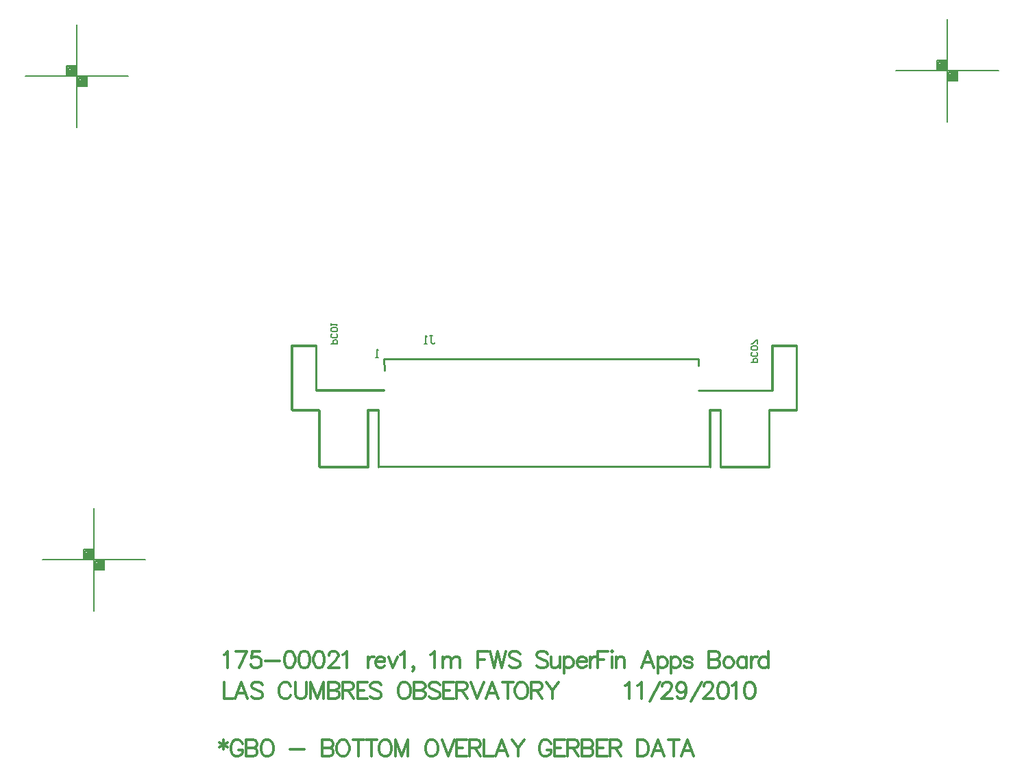
<source format=gbo>
%FSLAX23Y23*%
%MOIN*%
G70*
G01*
G75*
G04 Layer_Color=32896*
%ADD10O,0.079X0.024*%
%ADD11R,0.017X0.045*%
%ADD12R,0.014X0.060*%
%ADD13R,0.030X0.100*%
%ADD14R,0.031X0.060*%
%ADD15R,0.022X0.085*%
%ADD16R,0.039X0.059*%
%ADD17R,0.085X0.022*%
%ADD18C,0.020*%
%ADD19C,0.010*%
%ADD20C,0.025*%
%ADD21C,0.050*%
%ADD22C,0.005*%
%ADD23C,0.012*%
%ADD24C,0.008*%
%ADD25C,0.012*%
%ADD26C,0.012*%
%ADD27C,0.059*%
%ADD28R,0.059X0.059*%
%ADD29R,0.059X0.059*%
%ADD30C,0.047*%
%ADD31C,0.219*%
%ADD32C,0.050*%
%ADD33C,0.024*%
%ADD34C,0.040*%
%ADD35C,0.075*%
%ADD36C,0.087*%
%ADD37C,0.206*%
%ADD38C,0.068*%
G04:AMPARAMS|DCode=39|XSize=88mil|YSize=88mil|CornerRadius=0mil|HoleSize=0mil|Usage=FLASHONLY|Rotation=0.000|XOffset=0mil|YOffset=0mil|HoleType=Round|Shape=Relief|Width=10mil|Gap=10mil|Entries=4|*
%AMTHD39*
7,0,0,0.088,0.068,0.010,45*
%
%ADD39THD39*%
G04:AMPARAMS|DCode=40|XSize=70mil|YSize=70mil|CornerRadius=0mil|HoleSize=0mil|Usage=FLASHONLY|Rotation=0.000|XOffset=0mil|YOffset=0mil|HoleType=Round|Shape=Relief|Width=10mil|Gap=10mil|Entries=4|*
%AMTHD40*
7,0,0,0.070,0.050,0.010,45*
%
%ADD40THD40*%
%ADD41C,0.010*%
%ADD42C,0.008*%
%ADD43C,0.007*%
%ADD44R,0.224X0.139*%
%ADD45O,0.087X0.032*%
%ADD46R,0.025X0.053*%
%ADD47R,0.022X0.068*%
%ADD48R,0.038X0.108*%
%ADD49R,0.039X0.068*%
%ADD50R,0.030X0.093*%
%ADD51R,0.047X0.067*%
%ADD52R,0.093X0.030*%
%ADD53C,0.067*%
%ADD54R,0.067X0.067*%
%ADD55R,0.067X0.067*%
%ADD56C,0.055*%
%ADD57C,0.227*%
%ADD58C,0.058*%
%ADD59C,0.032*%
D19*
X31937Y18684D02*
X31938Y18626D01*
X31605Y18534D02*
Y18751D01*
X31487Y18436D02*
Y18751D01*
X31909Y18160D02*
Y18436D01*
X31857Y18160D02*
Y18436D01*
X31621Y18160D02*
Y18436D01*
X31857D02*
X31909D01*
X31487Y18751D02*
X31605D01*
X31487Y18436D02*
X31621D01*
X31605Y18534D02*
X31936D01*
X31621Y18160D02*
X31857D01*
X31909D02*
X33522D01*
X33572D02*
X33809D01*
X33466Y18530D02*
X33825D01*
X33809Y18436D02*
X33943D01*
X33824Y18751D02*
X33943D01*
X33521Y18436D02*
X33572D01*
X33809Y18160D02*
Y18436D01*
X33572Y18160D02*
Y18436D01*
X33521Y18160D02*
Y18436D01*
X33943D02*
Y18751D01*
X33824Y18534D02*
Y18751D01*
X33825Y18530D02*
Y18747D01*
X33944Y18432D02*
Y18747D01*
X33522Y18156D02*
Y18432D01*
X33574Y18156D02*
Y18432D01*
X33810Y18156D02*
Y18432D01*
X33522D02*
X33574D01*
X33825Y18747D02*
X33944D01*
X33810Y18432D02*
X33944D01*
X33574Y18156D02*
X33810D01*
X31622D02*
X31858D01*
X31606Y18530D02*
X31937D01*
X31488Y18432D02*
X31622D01*
X31488Y18747D02*
X31606D01*
X31858Y18432D02*
X31910D01*
X31622Y18156D02*
Y18432D01*
X31858Y18156D02*
Y18432D01*
X31910Y18156D02*
Y18432D01*
X31488D02*
Y18747D01*
X31606Y18530D02*
Y18747D01*
X31937Y18684D02*
X33466D01*
Y18649D02*
Y18684D01*
D22*
X32159Y18796D02*
X32172D01*
X32165D01*
Y18762D01*
X32172Y18756D01*
X32179D01*
X32185Y18762D01*
X32145Y18756D02*
X32132D01*
X32139D01*
Y18796D01*
X32145Y18789D01*
X33724Y18665D02*
X33754D01*
Y18680D01*
X33749Y18685D01*
X33739D01*
X33734Y18680D01*
Y18665D01*
X33749Y18715D02*
X33754Y18710D01*
Y18700D01*
X33749Y18695D01*
X33729D01*
X33724Y18700D01*
Y18710D01*
X33729Y18715D01*
X33749Y18725D02*
X33754Y18730D01*
Y18740D01*
X33749Y18745D01*
X33729D01*
X33724Y18740D01*
Y18730D01*
X33729Y18725D01*
X33749D01*
X33754Y18755D02*
Y18775D01*
X33749D01*
X33729Y18755D01*
X33724D01*
X31681Y18756D02*
X31711D01*
Y18771D01*
X31706Y18776D01*
X31696D01*
X31691Y18771D01*
Y18756D01*
X31706Y18806D02*
X31711Y18801D01*
Y18791D01*
X31706Y18786D01*
X31686D01*
X31681Y18791D01*
Y18801D01*
X31686Y18806D01*
X31706Y18816D02*
X31711Y18821D01*
Y18831D01*
X31706Y18836D01*
X31686D01*
X31681Y18831D01*
Y18821D01*
X31686Y18816D01*
X31706D01*
X31681Y18846D02*
Y18856D01*
Y18851D01*
X31711D01*
X31706Y18846D01*
X31909Y18691D02*
X31895D01*
X31902D01*
Y18731D01*
X31909Y18725D01*
D23*
X31156Y16829D02*
Y16783D01*
X31137Y16817D02*
X31175Y16794D01*
Y16817D02*
X31137Y16794D01*
X31249Y16810D02*
X31245Y16817D01*
X31237Y16825D01*
X31230Y16829D01*
X31215D01*
X31207Y16825D01*
X31199Y16817D01*
X31196Y16810D01*
X31192Y16798D01*
Y16779D01*
X31196Y16768D01*
X31199Y16760D01*
X31207Y16753D01*
X31215Y16749D01*
X31230D01*
X31237Y16753D01*
X31245Y16760D01*
X31249Y16768D01*
Y16779D01*
X31230D02*
X31249D01*
X31267Y16829D02*
Y16749D01*
Y16829D02*
X31301D01*
X31313Y16825D01*
X31317Y16821D01*
X31320Y16814D01*
Y16806D01*
X31317Y16798D01*
X31313Y16794D01*
X31301Y16791D01*
X31267D02*
X31301D01*
X31313Y16787D01*
X31317Y16783D01*
X31320Y16775D01*
Y16764D01*
X31317Y16756D01*
X31313Y16753D01*
X31301Y16749D01*
X31267D01*
X31361Y16829D02*
X31354Y16825D01*
X31346Y16817D01*
X31342Y16810D01*
X31338Y16798D01*
Y16779D01*
X31342Y16768D01*
X31346Y16760D01*
X31354Y16753D01*
X31361Y16749D01*
X31376D01*
X31384Y16753D01*
X31392Y16760D01*
X31395Y16768D01*
X31399Y16779D01*
Y16798D01*
X31395Y16810D01*
X31392Y16817D01*
X31384Y16825D01*
X31376Y16829D01*
X31361D01*
X31481Y16783D02*
X31549D01*
X31636Y16829D02*
Y16749D01*
Y16829D02*
X31670D01*
X31682Y16825D01*
X31685Y16821D01*
X31689Y16814D01*
Y16806D01*
X31685Y16798D01*
X31682Y16794D01*
X31670Y16791D01*
X31636D02*
X31670D01*
X31682Y16787D01*
X31685Y16783D01*
X31689Y16775D01*
Y16764D01*
X31685Y16756D01*
X31682Y16753D01*
X31670Y16749D01*
X31636D01*
X31730Y16829D02*
X31722Y16825D01*
X31715Y16817D01*
X31711Y16810D01*
X31707Y16798D01*
Y16779D01*
X31711Y16768D01*
X31715Y16760D01*
X31722Y16753D01*
X31730Y16749D01*
X31745D01*
X31753Y16753D01*
X31760Y16760D01*
X31764Y16768D01*
X31768Y16779D01*
Y16798D01*
X31764Y16810D01*
X31760Y16817D01*
X31753Y16825D01*
X31745Y16829D01*
X31730D01*
X31813D02*
Y16749D01*
X31787Y16829D02*
X31840D01*
X31876D02*
Y16749D01*
X31849Y16829D02*
X31903D01*
X31935D02*
X31928Y16825D01*
X31920Y16817D01*
X31916Y16810D01*
X31912Y16798D01*
Y16779D01*
X31916Y16768D01*
X31920Y16760D01*
X31928Y16753D01*
X31935Y16749D01*
X31950D01*
X31958Y16753D01*
X31966Y16760D01*
X31969Y16768D01*
X31973Y16779D01*
Y16798D01*
X31969Y16810D01*
X31966Y16817D01*
X31958Y16825D01*
X31950Y16829D01*
X31935D01*
X31992D02*
Y16749D01*
Y16829D02*
X32022Y16749D01*
X32053Y16829D02*
X32022Y16749D01*
X32053Y16829D02*
Y16749D01*
X32161Y16829D02*
X32154Y16825D01*
X32146Y16817D01*
X32142Y16810D01*
X32139Y16798D01*
Y16779D01*
X32142Y16768D01*
X32146Y16760D01*
X32154Y16753D01*
X32161Y16749D01*
X32177D01*
X32184Y16753D01*
X32192Y16760D01*
X32196Y16768D01*
X32200Y16779D01*
Y16798D01*
X32196Y16810D01*
X32192Y16817D01*
X32184Y16825D01*
X32177Y16829D01*
X32161D01*
X32218D02*
X32249Y16749D01*
X32279Y16829D02*
X32249Y16749D01*
X32339Y16829D02*
X32289D01*
Y16749D01*
X32339D01*
X32289Y16791D02*
X32320D01*
X32352Y16829D02*
Y16749D01*
Y16829D02*
X32387D01*
X32398Y16825D01*
X32402Y16821D01*
X32406Y16814D01*
Y16806D01*
X32402Y16798D01*
X32398Y16794D01*
X32387Y16791D01*
X32352D01*
X32379D02*
X32406Y16749D01*
X32423Y16829D02*
Y16749D01*
X32469D01*
X32539D02*
X32508Y16829D01*
X32478Y16749D01*
X32489Y16775D02*
X32527D01*
X32558Y16829D02*
X32588Y16791D01*
Y16749D01*
X32618Y16829D02*
X32588Y16791D01*
X32749Y16810D02*
X32745Y16817D01*
X32737Y16825D01*
X32730Y16829D01*
X32714D01*
X32707Y16825D01*
X32699Y16817D01*
X32695Y16810D01*
X32692Y16798D01*
Y16779D01*
X32695Y16768D01*
X32699Y16760D01*
X32707Y16753D01*
X32714Y16749D01*
X32730D01*
X32737Y16753D01*
X32745Y16760D01*
X32749Y16768D01*
Y16779D01*
X32730D02*
X32749D01*
X32817Y16829D02*
X32767D01*
Y16749D01*
X32817D01*
X32767Y16791D02*
X32797D01*
X32830Y16829D02*
Y16749D01*
Y16829D02*
X32864D01*
X32876Y16825D01*
X32879Y16821D01*
X32883Y16814D01*
Y16806D01*
X32879Y16798D01*
X32876Y16794D01*
X32864Y16791D01*
X32830D01*
X32857D02*
X32883Y16749D01*
X32901Y16829D02*
Y16749D01*
Y16829D02*
X32935D01*
X32947Y16825D01*
X32951Y16821D01*
X32954Y16814D01*
Y16806D01*
X32951Y16798D01*
X32947Y16794D01*
X32935Y16791D01*
X32901D02*
X32935D01*
X32947Y16787D01*
X32951Y16783D01*
X32954Y16775D01*
Y16764D01*
X32951Y16756D01*
X32947Y16753D01*
X32935Y16749D01*
X32901D01*
X33022Y16829D02*
X32972D01*
Y16749D01*
X33022D01*
X32972Y16791D02*
X33003D01*
X33035Y16829D02*
Y16749D01*
Y16829D02*
X33069D01*
X33081Y16825D01*
X33085Y16821D01*
X33088Y16814D01*
Y16806D01*
X33085Y16798D01*
X33081Y16794D01*
X33069Y16791D01*
X33035D01*
X33062D02*
X33088Y16749D01*
X33169Y16829D02*
Y16749D01*
Y16829D02*
X33196D01*
X33207Y16825D01*
X33215Y16817D01*
X33219Y16810D01*
X33223Y16798D01*
Y16779D01*
X33219Y16768D01*
X33215Y16760D01*
X33207Y16753D01*
X33196Y16749D01*
X33169D01*
X33301D02*
X33271Y16829D01*
X33240Y16749D01*
X33252Y16775D02*
X33290D01*
X33347Y16829D02*
Y16749D01*
X33320Y16829D02*
X33373D01*
X33444Y16749D02*
X33413Y16829D01*
X33383Y16749D01*
X33394Y16775D02*
X33432D01*
D24*
X34427Y20086D02*
X34927D01*
X34677Y19836D02*
Y20336D01*
X34627Y20086D02*
Y20136D01*
X34677D01*
X34727Y20036D02*
Y20086D01*
X34677Y20036D02*
X34727D01*
X34682Y20081D02*
X34722D01*
Y20041D02*
Y20081D01*
X34682Y20041D02*
X34722D01*
X34682D02*
Y20081D01*
X34687Y20076D02*
X34717D01*
Y20046D02*
Y20076D01*
X34687Y20046D02*
X34717D01*
X34687D02*
Y20071D01*
X34692D02*
X34712D01*
Y20051D02*
Y20071D01*
X34692Y20051D02*
X34712D01*
X34692D02*
Y20066D01*
X34697D02*
X34707D01*
Y20056D02*
Y20066D01*
X34697Y20056D02*
X34707D01*
X34697D02*
Y20066D01*
Y20061D02*
X34707D01*
X34632Y20131D02*
X34672D01*
Y20091D02*
Y20131D01*
X34632Y20091D02*
X34672D01*
X34632D02*
Y20131D01*
X34637Y20126D02*
X34667D01*
Y20096D02*
Y20126D01*
X34637Y20096D02*
X34667D01*
X34637D02*
Y20121D01*
X34642D02*
X34662D01*
Y20101D02*
Y20121D01*
X34642Y20101D02*
X34662D01*
X34642D02*
Y20116D01*
X34647D02*
X34657D01*
Y20106D02*
Y20116D01*
X34647Y20106D02*
X34657D01*
X34647D02*
Y20116D01*
Y20111D02*
X34657D01*
X30192Y20061D02*
X30692D01*
X30442Y19811D02*
Y20311D01*
X30392Y20061D02*
Y20111D01*
X30442D01*
X30492Y20011D02*
Y20061D01*
X30442Y20011D02*
X30492D01*
X30447Y20056D02*
X30487D01*
Y20016D02*
Y20056D01*
X30447Y20016D02*
X30487D01*
X30447D02*
Y20056D01*
X30452Y20051D02*
X30482D01*
Y20021D02*
Y20051D01*
X30452Y20021D02*
X30482D01*
X30452D02*
Y20046D01*
X30457D02*
X30477D01*
Y20026D02*
Y20046D01*
X30457Y20026D02*
X30477D01*
X30457D02*
Y20041D01*
X30462D02*
X30472D01*
Y20031D02*
Y20041D01*
X30462Y20031D02*
X30472D01*
X30462D02*
Y20041D01*
Y20036D02*
X30472D01*
X30397Y20106D02*
X30437D01*
Y20066D02*
Y20106D01*
X30397Y20066D02*
X30437D01*
X30397D02*
Y20106D01*
X30402Y20101D02*
X30432D01*
Y20071D02*
Y20101D01*
X30402Y20071D02*
X30432D01*
X30402D02*
Y20096D01*
X30407D02*
X30427D01*
Y20076D02*
Y20096D01*
X30407Y20076D02*
X30427D01*
X30407D02*
Y20091D01*
X30412D02*
X30422D01*
Y20081D02*
Y20091D01*
X30412Y20081D02*
X30422D01*
X30412D02*
Y20091D01*
Y20086D02*
X30422D01*
X30277Y17706D02*
X30777D01*
X30527Y17456D02*
Y17956D01*
X30477Y17706D02*
Y17756D01*
X30527D01*
X30577Y17656D02*
Y17706D01*
X30527Y17656D02*
X30577D01*
X30532Y17701D02*
X30572D01*
Y17661D02*
Y17701D01*
X30532Y17661D02*
X30572D01*
X30532D02*
Y17701D01*
X30537Y17696D02*
X30567D01*
Y17666D02*
Y17696D01*
X30537Y17666D02*
X30567D01*
X30537D02*
Y17691D01*
X30542D02*
X30562D01*
Y17671D02*
Y17691D01*
X30542Y17671D02*
X30562D01*
X30542D02*
Y17686D01*
X30547D02*
X30557D01*
Y17676D02*
Y17686D01*
X30547Y17676D02*
X30557D01*
X30547D02*
Y17686D01*
Y17681D02*
X30557D01*
X30482Y17751D02*
X30522D01*
Y17711D02*
Y17751D01*
X30482Y17711D02*
X30522D01*
X30482D02*
Y17751D01*
X30487Y17746D02*
X30517D01*
Y17716D02*
Y17746D01*
X30487Y17716D02*
X30517D01*
X30487D02*
Y17741D01*
X30492D02*
X30512D01*
Y17721D02*
Y17741D01*
X30492Y17721D02*
X30512D01*
X30492D02*
Y17736D01*
X30497D02*
X30507D01*
Y17726D02*
Y17736D01*
X30497Y17726D02*
X30507D01*
X30497D02*
Y17736D01*
Y17731D02*
X30507D01*
D25*
X31158Y17244D02*
X31166Y17248D01*
X31177Y17259D01*
Y17179D01*
X31270Y17259D02*
X31232Y17179D01*
X31217Y17259D02*
X31270D01*
X31334D02*
X31296D01*
X31292Y17225D01*
X31296Y17229D01*
X31307Y17233D01*
X31319D01*
X31330Y17229D01*
X31338Y17221D01*
X31341Y17210D01*
Y17202D01*
X31338Y17191D01*
X31330Y17183D01*
X31319Y17179D01*
X31307D01*
X31296Y17183D01*
X31292Y17187D01*
X31288Y17195D01*
X31359Y17214D02*
X31428D01*
X31474Y17259D02*
X31463Y17256D01*
X31455Y17244D01*
X31452Y17225D01*
Y17214D01*
X31455Y17195D01*
X31463Y17183D01*
X31474Y17179D01*
X31482D01*
X31493Y17183D01*
X31501Y17195D01*
X31505Y17214D01*
Y17225D01*
X31501Y17244D01*
X31493Y17256D01*
X31482Y17259D01*
X31474D01*
X31546D02*
X31534Y17256D01*
X31527Y17244D01*
X31523Y17225D01*
Y17214D01*
X31527Y17195D01*
X31534Y17183D01*
X31546Y17179D01*
X31553D01*
X31565Y17183D01*
X31572Y17195D01*
X31576Y17214D01*
Y17225D01*
X31572Y17244D01*
X31565Y17256D01*
X31553Y17259D01*
X31546D01*
X31617D02*
X31605Y17256D01*
X31598Y17244D01*
X31594Y17225D01*
Y17214D01*
X31598Y17195D01*
X31605Y17183D01*
X31617Y17179D01*
X31624D01*
X31636Y17183D01*
X31644Y17195D01*
X31647Y17214D01*
Y17225D01*
X31644Y17244D01*
X31636Y17256D01*
X31624Y17259D01*
X31617D01*
X31669Y17240D02*
Y17244D01*
X31673Y17252D01*
X31677Y17256D01*
X31684Y17259D01*
X31700D01*
X31707Y17256D01*
X31711Y17252D01*
X31715Y17244D01*
Y17237D01*
X31711Y17229D01*
X31703Y17217D01*
X31665Y17179D01*
X31719D01*
X31736Y17244D02*
X31744Y17248D01*
X31755Y17259D01*
Y17179D01*
X31858Y17233D02*
Y17179D01*
Y17210D02*
X31862Y17221D01*
X31869Y17229D01*
X31877Y17233D01*
X31888D01*
X31896Y17210D02*
X31941D01*
Y17217D01*
X31938Y17225D01*
X31934Y17229D01*
X31926Y17233D01*
X31915D01*
X31907Y17229D01*
X31899Y17221D01*
X31896Y17210D01*
Y17202D01*
X31899Y17191D01*
X31907Y17183D01*
X31915Y17179D01*
X31926D01*
X31934Y17183D01*
X31941Y17191D01*
X31958Y17233D02*
X31981Y17179D01*
X32004Y17233D02*
X31981Y17179D01*
X32017Y17244D02*
X32025Y17248D01*
X32036Y17259D01*
Y17179D01*
X32083Y17183D02*
X32080Y17179D01*
X32076Y17183D01*
X32080Y17187D01*
X32083Y17183D01*
Y17176D01*
X32080Y17168D01*
X32076Y17164D01*
X32164Y17244D02*
X32171Y17248D01*
X32183Y17259D01*
Y17179D01*
X32222Y17233D02*
Y17179D01*
Y17217D02*
X32234Y17229D01*
X32241Y17233D01*
X32253D01*
X32261Y17229D01*
X32264Y17217D01*
Y17179D01*
Y17217D02*
X32276Y17229D01*
X32283Y17233D01*
X32295D01*
X32302Y17229D01*
X32306Y17217D01*
Y17179D01*
X32394Y17259D02*
Y17179D01*
Y17259D02*
X32444D01*
X32394Y17221D02*
X32425D01*
X32453Y17259D02*
X32472Y17179D01*
X32491Y17259D02*
X32472Y17179D01*
X32491Y17259D02*
X32510Y17179D01*
X32529Y17259D02*
X32510Y17179D01*
X32598Y17248D02*
X32591Y17256D01*
X32579Y17259D01*
X32564D01*
X32553Y17256D01*
X32545Y17248D01*
Y17240D01*
X32549Y17233D01*
X32553Y17229D01*
X32560Y17225D01*
X32583Y17217D01*
X32591Y17214D01*
X32595Y17210D01*
X32598Y17202D01*
Y17191D01*
X32591Y17183D01*
X32579Y17179D01*
X32564D01*
X32553Y17183D01*
X32545Y17191D01*
X32732Y17248D02*
X32725Y17256D01*
X32713Y17259D01*
X32698D01*
X32687Y17256D01*
X32679Y17248D01*
Y17240D01*
X32683Y17233D01*
X32687Y17229D01*
X32694Y17225D01*
X32717Y17217D01*
X32725Y17214D01*
X32729Y17210D01*
X32732Y17202D01*
Y17191D01*
X32725Y17183D01*
X32713Y17179D01*
X32698D01*
X32687Y17183D01*
X32679Y17191D01*
X32750Y17233D02*
Y17195D01*
X32754Y17183D01*
X32762Y17179D01*
X32773D01*
X32781Y17183D01*
X32792Y17195D01*
Y17233D02*
Y17179D01*
X32813Y17233D02*
Y17153D01*
Y17221D02*
X32821Y17229D01*
X32828Y17233D01*
X32840D01*
X32847Y17229D01*
X32855Y17221D01*
X32859Y17210D01*
Y17202D01*
X32855Y17191D01*
X32847Y17183D01*
X32840Y17179D01*
X32828D01*
X32821Y17183D01*
X32813Y17191D01*
X32876Y17210D02*
X32922D01*
Y17217D01*
X32918Y17225D01*
X32914Y17229D01*
X32906Y17233D01*
X32895D01*
X32887Y17229D01*
X32880Y17221D01*
X32876Y17210D01*
Y17202D01*
X32880Y17191D01*
X32887Y17183D01*
X32895Y17179D01*
X32906D01*
X32914Y17183D01*
X32922Y17191D01*
X32939Y17233D02*
Y17179D01*
Y17210D02*
X32943Y17221D01*
X32950Y17229D01*
X32958Y17233D01*
X32969D01*
X32977Y17259D02*
Y17179D01*
Y17259D02*
X33026D01*
X32977Y17221D02*
X33007D01*
X33043Y17259D02*
X33047Y17256D01*
X33050Y17259D01*
X33047Y17263D01*
X33043Y17259D01*
X33047Y17233D02*
Y17179D01*
X33065Y17233D02*
Y17179D01*
Y17217D02*
X33076Y17229D01*
X33084Y17233D01*
X33095D01*
X33103Y17229D01*
X33106Y17217D01*
Y17179D01*
X33251D02*
X33221Y17259D01*
X33190Y17179D01*
X33202Y17206D02*
X33240D01*
X33270Y17233D02*
Y17153D01*
Y17221D02*
X33277Y17229D01*
X33285Y17233D01*
X33297D01*
X33304Y17229D01*
X33312Y17221D01*
X33316Y17210D01*
Y17202D01*
X33312Y17191D01*
X33304Y17183D01*
X33297Y17179D01*
X33285D01*
X33277Y17183D01*
X33270Y17191D01*
X33333Y17233D02*
Y17153D01*
Y17221D02*
X33340Y17229D01*
X33348Y17233D01*
X33359D01*
X33367Y17229D01*
X33375Y17221D01*
X33378Y17210D01*
Y17202D01*
X33375Y17191D01*
X33367Y17183D01*
X33359Y17179D01*
X33348D01*
X33340Y17183D01*
X33333Y17191D01*
X33437Y17221D02*
X33434Y17229D01*
X33422Y17233D01*
X33411D01*
X33399Y17229D01*
X33396Y17221D01*
X33399Y17214D01*
X33407Y17210D01*
X33426Y17206D01*
X33434Y17202D01*
X33437Y17195D01*
Y17191D01*
X33434Y17183D01*
X33422Y17179D01*
X33411D01*
X33399Y17183D01*
X33396Y17191D01*
X33517Y17259D02*
Y17179D01*
Y17259D02*
X33551D01*
X33563Y17256D01*
X33567Y17252D01*
X33570Y17244D01*
Y17237D01*
X33567Y17229D01*
X33563Y17225D01*
X33551Y17221D01*
X33517D02*
X33551D01*
X33563Y17217D01*
X33567Y17214D01*
X33570Y17206D01*
Y17195D01*
X33567Y17187D01*
X33563Y17183D01*
X33551Y17179D01*
X33517D01*
X33607Y17233D02*
X33600Y17229D01*
X33592Y17221D01*
X33588Y17210D01*
Y17202D01*
X33592Y17191D01*
X33600Y17183D01*
X33607Y17179D01*
X33619D01*
X33626Y17183D01*
X33634Y17191D01*
X33638Y17202D01*
Y17210D01*
X33634Y17221D01*
X33626Y17229D01*
X33619Y17233D01*
X33607D01*
X33701D02*
Y17179D01*
Y17221D02*
X33693Y17229D01*
X33686Y17233D01*
X33674D01*
X33667Y17229D01*
X33659Y17221D01*
X33655Y17210D01*
Y17202D01*
X33659Y17191D01*
X33667Y17183D01*
X33674Y17179D01*
X33686D01*
X33693Y17183D01*
X33701Y17191D01*
X33722Y17233D02*
Y17179D01*
Y17210D02*
X33726Y17221D01*
X33734Y17229D01*
X33741Y17233D01*
X33753D01*
X33806Y17259D02*
Y17179D01*
Y17221D02*
X33798Y17229D01*
X33790Y17233D01*
X33779D01*
X33771Y17229D01*
X33764Y17221D01*
X33760Y17210D01*
Y17202D01*
X33764Y17191D01*
X33771Y17183D01*
X33779Y17179D01*
X33790D01*
X33798Y17183D01*
X33806Y17191D01*
D26*
X31158Y17109D02*
Y17029D01*
X31204D01*
X31274D02*
X31243Y17109D01*
X31213Y17029D01*
X31224Y17056D02*
X31262D01*
X31346Y17098D02*
X31338Y17106D01*
X31327Y17109D01*
X31311D01*
X31300Y17106D01*
X31292Y17098D01*
Y17090D01*
X31296Y17083D01*
X31300Y17079D01*
X31308Y17075D01*
X31330Y17067D01*
X31338Y17064D01*
X31342Y17060D01*
X31346Y17052D01*
Y17041D01*
X31338Y17033D01*
X31327Y17029D01*
X31311D01*
X31300Y17033D01*
X31292Y17041D01*
X31484Y17090D02*
X31480Y17098D01*
X31472Y17106D01*
X31465Y17109D01*
X31449D01*
X31442Y17106D01*
X31434Y17098D01*
X31430Y17090D01*
X31426Y17079D01*
Y17060D01*
X31430Y17048D01*
X31434Y17041D01*
X31442Y17033D01*
X31449Y17029D01*
X31465D01*
X31472Y17033D01*
X31480Y17041D01*
X31484Y17048D01*
X31506Y17109D02*
Y17052D01*
X31510Y17041D01*
X31517Y17033D01*
X31529Y17029D01*
X31536D01*
X31548Y17033D01*
X31556Y17041D01*
X31559Y17052D01*
Y17109D01*
X31581D02*
Y17029D01*
Y17109D02*
X31612Y17029D01*
X31642Y17109D02*
X31612Y17029D01*
X31642Y17109D02*
Y17029D01*
X31665Y17109D02*
Y17029D01*
Y17109D02*
X31700D01*
X31711Y17106D01*
X31715Y17102D01*
X31719Y17094D01*
Y17086D01*
X31715Y17079D01*
X31711Y17075D01*
X31700Y17071D01*
X31665D02*
X31700D01*
X31711Y17067D01*
X31715Y17064D01*
X31719Y17056D01*
Y17045D01*
X31715Y17037D01*
X31711Y17033D01*
X31700Y17029D01*
X31665D01*
X31736Y17109D02*
Y17029D01*
Y17109D02*
X31771D01*
X31782Y17106D01*
X31786Y17102D01*
X31790Y17094D01*
Y17086D01*
X31786Y17079D01*
X31782Y17075D01*
X31771Y17071D01*
X31736D01*
X31763D02*
X31790Y17029D01*
X31857Y17109D02*
X31808D01*
Y17029D01*
X31857D01*
X31808Y17071D02*
X31838D01*
X31924Y17098D02*
X31916Y17106D01*
X31905Y17109D01*
X31890D01*
X31878Y17106D01*
X31871Y17098D01*
Y17090D01*
X31874Y17083D01*
X31878Y17079D01*
X31886Y17075D01*
X31909Y17067D01*
X31916Y17064D01*
X31920Y17060D01*
X31924Y17052D01*
Y17041D01*
X31916Y17033D01*
X31905Y17029D01*
X31890D01*
X31878Y17033D01*
X31871Y17041D01*
X32027Y17109D02*
X32020Y17106D01*
X32012Y17098D01*
X32008Y17090D01*
X32005Y17079D01*
Y17060D01*
X32008Y17048D01*
X32012Y17041D01*
X32020Y17033D01*
X32027Y17029D01*
X32043D01*
X32050Y17033D01*
X32058Y17041D01*
X32062Y17048D01*
X32066Y17060D01*
Y17079D01*
X32062Y17090D01*
X32058Y17098D01*
X32050Y17106D01*
X32043Y17109D01*
X32027D01*
X32084D02*
Y17029D01*
Y17109D02*
X32118D01*
X32130Y17106D01*
X32134Y17102D01*
X32138Y17094D01*
Y17086D01*
X32134Y17079D01*
X32130Y17075D01*
X32118Y17071D01*
X32084D02*
X32118D01*
X32130Y17067D01*
X32134Y17064D01*
X32138Y17056D01*
Y17045D01*
X32134Y17037D01*
X32130Y17033D01*
X32118Y17029D01*
X32084D01*
X32209Y17098D02*
X32201Y17106D01*
X32190Y17109D01*
X32174D01*
X32163Y17106D01*
X32155Y17098D01*
Y17090D01*
X32159Y17083D01*
X32163Y17079D01*
X32171Y17075D01*
X32193Y17067D01*
X32201Y17064D01*
X32205Y17060D01*
X32209Y17052D01*
Y17041D01*
X32201Y17033D01*
X32190Y17029D01*
X32174D01*
X32163Y17033D01*
X32155Y17041D01*
X32276Y17109D02*
X32227D01*
Y17029D01*
X32276D01*
X32227Y17071D02*
X32257D01*
X32289Y17109D02*
Y17029D01*
Y17109D02*
X32324D01*
X32335Y17106D01*
X32339Y17102D01*
X32343Y17094D01*
Y17086D01*
X32339Y17079D01*
X32335Y17075D01*
X32324Y17071D01*
X32289D01*
X32316D02*
X32343Y17029D01*
X32361Y17109D02*
X32391Y17029D01*
X32422Y17109D02*
X32391Y17029D01*
X32493D02*
X32462Y17109D01*
X32432Y17029D01*
X32443Y17056D02*
X32481D01*
X32538Y17109D02*
Y17029D01*
X32512Y17109D02*
X32565D01*
X32597D02*
X32590Y17106D01*
X32582Y17098D01*
X32578Y17090D01*
X32574Y17079D01*
Y17060D01*
X32578Y17048D01*
X32582Y17041D01*
X32590Y17033D01*
X32597Y17029D01*
X32612D01*
X32620Y17033D01*
X32628Y17041D01*
X32632Y17048D01*
X32635Y17060D01*
Y17079D01*
X32632Y17090D01*
X32628Y17098D01*
X32620Y17106D01*
X32612Y17109D01*
X32597D01*
X32654D02*
Y17029D01*
Y17109D02*
X32688D01*
X32700Y17106D01*
X32703Y17102D01*
X32707Y17094D01*
Y17086D01*
X32703Y17079D01*
X32700Y17075D01*
X32688Y17071D01*
X32654D01*
X32681D02*
X32707Y17029D01*
X32725Y17109D02*
X32756Y17071D01*
Y17029D01*
X32786Y17109D02*
X32756Y17071D01*
X33111Y17094D02*
X33118Y17098D01*
X33130Y17109D01*
Y17029D01*
X33169Y17094D02*
X33177Y17098D01*
X33188Y17109D01*
Y17029D01*
X33228Y17018D02*
X33281Y17109D01*
X33290Y17090D02*
Y17094D01*
X33294Y17102D01*
X33298Y17106D01*
X33306Y17109D01*
X33321D01*
X33328Y17106D01*
X33332Y17102D01*
X33336Y17094D01*
Y17086D01*
X33332Y17079D01*
X33325Y17067D01*
X33287Y17029D01*
X33340D01*
X33407Y17083D02*
X33404Y17071D01*
X33396Y17064D01*
X33384Y17060D01*
X33381D01*
X33369Y17064D01*
X33362Y17071D01*
X33358Y17083D01*
Y17086D01*
X33362Y17098D01*
X33369Y17106D01*
X33381Y17109D01*
X33384D01*
X33396Y17106D01*
X33404Y17098D01*
X33407Y17083D01*
Y17064D01*
X33404Y17045D01*
X33396Y17033D01*
X33384Y17029D01*
X33377D01*
X33365Y17033D01*
X33362Y17041D01*
X33429Y17018D02*
X33482Y17109D01*
X33492Y17090D02*
Y17094D01*
X33495Y17102D01*
X33499Y17106D01*
X33507Y17109D01*
X33522D01*
X33530Y17106D01*
X33533Y17102D01*
X33537Y17094D01*
Y17086D01*
X33533Y17079D01*
X33526Y17067D01*
X33488Y17029D01*
X33541D01*
X33582Y17109D02*
X33570Y17106D01*
X33563Y17094D01*
X33559Y17075D01*
Y17064D01*
X33563Y17045D01*
X33570Y17033D01*
X33582Y17029D01*
X33589D01*
X33601Y17033D01*
X33608Y17045D01*
X33612Y17064D01*
Y17075D01*
X33608Y17094D01*
X33601Y17106D01*
X33589Y17109D01*
X33582D01*
X33630Y17094D02*
X33638Y17098D01*
X33649Y17109D01*
Y17029D01*
X33712Y17109D02*
X33700Y17106D01*
X33693Y17094D01*
X33689Y17075D01*
Y17064D01*
X33693Y17045D01*
X33700Y17033D01*
X33712Y17029D01*
X33719D01*
X33731Y17033D01*
X33738Y17045D01*
X33742Y17064D01*
Y17075D01*
X33738Y17094D01*
X33731Y17106D01*
X33719Y17109D01*
X33712D01*
M02*

</source>
